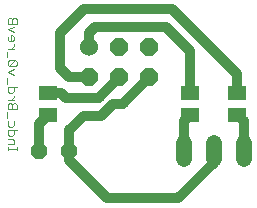
<source format=gbl>
G75*
G70*
%OFA0B0*%
%FSLAX24Y24*%
%IPPOS*%
%LPD*%
%AMOC8*
5,1,8,0,0,1.08239X$1,22.5*
%
%ADD10C,0.0030*%
%ADD11C,0.0600*%
%ADD12OC8,0.0600*%
%ADD13C,0.0520*%
%ADD14OC8,0.0520*%
%ADD15R,0.0630X0.0512*%
%ADD16C,0.0320*%
D10*
X000533Y002093D02*
X000533Y002190D01*
X000533Y002141D02*
X000823Y002141D01*
X000823Y002093D02*
X000823Y002190D01*
X000727Y002290D02*
X000727Y002435D01*
X000678Y002483D01*
X000533Y002483D01*
X000582Y002584D02*
X000678Y002584D01*
X000727Y002633D01*
X000727Y002778D01*
X000823Y002778D02*
X000533Y002778D01*
X000533Y002633D01*
X000582Y002584D01*
X000582Y002879D02*
X000533Y002927D01*
X000533Y003072D01*
X000485Y003173D02*
X000485Y003367D01*
X000533Y003468D02*
X000533Y003613D01*
X000582Y003662D01*
X000630Y003662D01*
X000678Y003613D01*
X000678Y003468D01*
X000533Y003468D02*
X000823Y003468D01*
X000823Y003613D01*
X000775Y003662D01*
X000727Y003662D01*
X000678Y003613D01*
X000630Y003763D02*
X000727Y003860D01*
X000727Y003908D01*
X000678Y004008D02*
X000582Y004008D01*
X000533Y004057D01*
X000533Y004202D01*
X000823Y004202D01*
X000727Y004202D02*
X000727Y004057D01*
X000678Y004008D01*
X000727Y003763D02*
X000533Y003763D01*
X000485Y004303D02*
X000485Y004496D01*
X000533Y004694D02*
X000727Y004598D01*
X000727Y004791D02*
X000533Y004694D01*
X000582Y004892D02*
X000533Y004941D01*
X000533Y005037D01*
X000582Y005086D01*
X000775Y005086D01*
X000582Y004892D01*
X000775Y004892D01*
X000823Y004941D01*
X000823Y005037D01*
X000775Y005086D01*
X000485Y005187D02*
X000485Y005380D01*
X000533Y005482D02*
X000727Y005482D01*
X000727Y005578D02*
X000727Y005627D01*
X000727Y005578D02*
X000630Y005482D01*
X000630Y005727D02*
X000630Y005921D01*
X000678Y005921D01*
X000727Y005872D01*
X000727Y005775D01*
X000678Y005727D01*
X000582Y005727D01*
X000533Y005775D01*
X000533Y005872D01*
X000727Y006022D02*
X000533Y006119D01*
X000727Y006215D01*
X000678Y006316D02*
X000678Y006462D01*
X000630Y006510D01*
X000582Y006510D01*
X000533Y006462D01*
X000533Y006316D01*
X000823Y006316D01*
X000823Y006462D01*
X000775Y006510D01*
X000727Y006510D01*
X000678Y006462D01*
X000727Y003072D02*
X000727Y002927D01*
X000678Y002879D01*
X000582Y002879D01*
X000533Y002290D02*
X000727Y002290D01*
D11*
X003234Y005521D03*
D12*
X004234Y005521D03*
X005234Y005521D03*
X005234Y004521D03*
X004234Y004521D03*
X003234Y004521D03*
D13*
X006383Y002329D02*
X006383Y001809D01*
X007383Y001809D02*
X007383Y002329D01*
X008383Y002329D02*
X008383Y001809D01*
D14*
X002569Y002069D03*
X001569Y002069D03*
D15*
X001872Y003269D03*
X001872Y004017D03*
X006596Y004017D03*
X006596Y003269D03*
X008171Y003269D03*
X008171Y004017D03*
D16*
X003840Y000494D02*
X002569Y001765D01*
X002569Y002069D01*
X002569Y002765D01*
X003053Y003250D01*
X003643Y003250D01*
X004037Y003643D01*
X004356Y003643D01*
X005234Y004521D01*
X004234Y004521D02*
X003553Y003840D01*
X002462Y003840D01*
X002285Y004017D01*
X001872Y004017D01*
X002569Y004521D02*
X002265Y004824D01*
X002265Y006006D01*
X003053Y006793D01*
X006006Y006793D01*
X008171Y004628D01*
X008171Y004017D01*
X008171Y003269D02*
X008383Y003057D01*
X008383Y002069D01*
X007383Y002069D02*
X007383Y001675D01*
X006202Y000494D01*
X003840Y000494D01*
X002569Y002069D02*
X002569Y002175D01*
X001569Y002069D02*
X001569Y002966D01*
X001872Y003269D01*
X002569Y004521D02*
X003234Y004521D01*
X003234Y005521D02*
X003234Y005990D01*
X003446Y006202D01*
X005809Y006202D01*
X006596Y005415D01*
X006596Y004017D01*
X006596Y003269D02*
X006383Y003057D01*
X006383Y002069D01*
M02*

</source>
